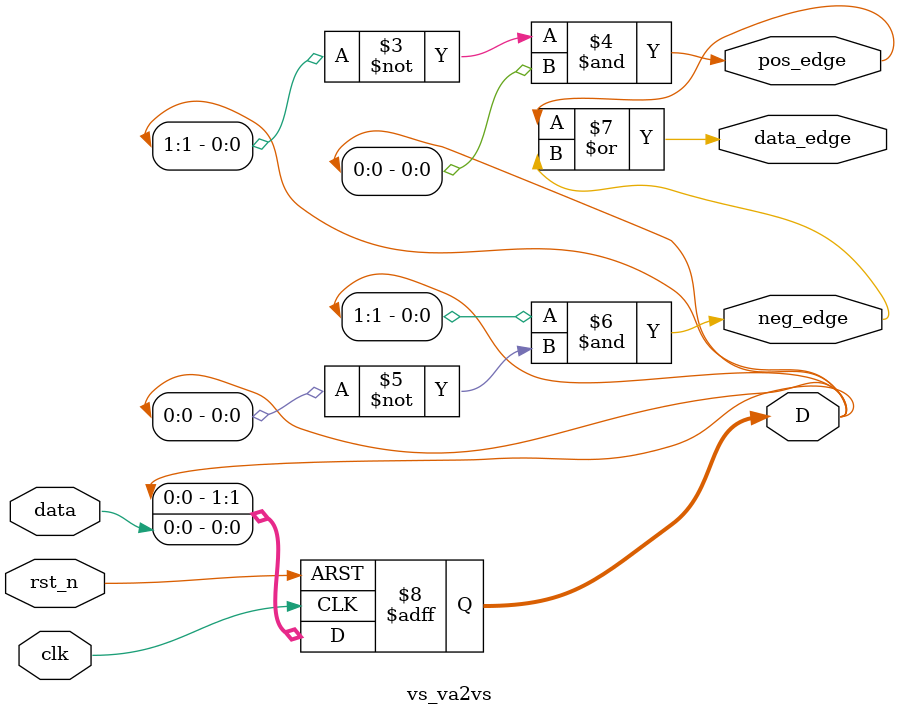
<source format=v>
module vs_va2vs(


      input       clk,
	   input       rst_n,
		input       data,
		
		output      pos_edge,    //上升沿
		output      neg_edge,    //下降沿  
		output      data_edge,  //数据边沿
		
		output reg     [1:0]   D      
);
	
//设置两个寄存器，实现前后电平状态的寄存
//相当于对dat_i 打两拍

	always @(posedge clk or negedge rst_n)begin
	    if(rst_n == 1'b0)begin
	        D <= 2'b00;
	    end
	    else begin
	        D <= {D[0], data};  	//D[1]表示前一状态，D[0]表示后一状态（新数据） 
	    end
	end
	
//组合逻辑进行边沿检测

	assign  pos_edge = ~D[1] & D[0];
	assign  neg_edge = D[1] & ~D[0];
	assign  data_edge = pos_edge | neg_edge;
	
endmodule
</source>
